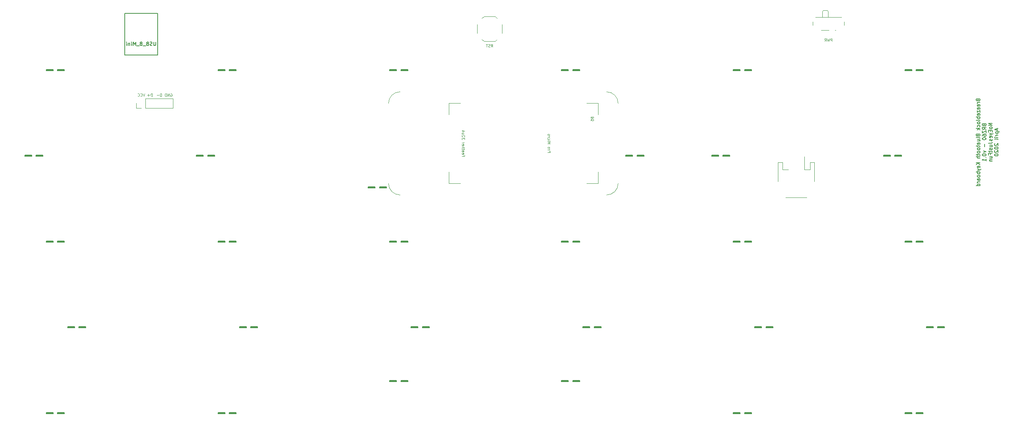
<source format=gbr>
G04 #@! TF.GenerationSoftware,KiCad,Pcbnew,(5.1.5-0-10_14)*
G04 #@! TF.CreationDate,2020-04-26T12:32:38-07:00*
G04 #@! TF.ProjectId,BRZ60_BLE_0.1,42525a36-305f-4424-9c45-5f302e312e6b,rev?*
G04 #@! TF.SameCoordinates,Original*
G04 #@! TF.FileFunction,Legend,Bot*
G04 #@! TF.FilePolarity,Positive*
%FSLAX46Y46*%
G04 Gerber Fmt 4.6, Leading zero omitted, Abs format (unit mm)*
G04 Created by KiCad (PCBNEW (5.1.5-0-10_14)) date 2020-04-26 12:32:38*
%MOMM*%
%LPD*%
G04 APERTURE LIST*
%ADD10C,0.120000*%
%ADD11C,0.150000*%
%ADD12C,0.200000*%
G04 APERTURE END LIST*
D10*
X126307142Y-50150000D02*
X126364285Y-50121428D01*
X126450000Y-50121428D01*
X126535714Y-50150000D01*
X126592857Y-50207142D01*
X126621428Y-50264285D01*
X126650000Y-50378571D01*
X126650000Y-50464285D01*
X126621428Y-50578571D01*
X126592857Y-50635714D01*
X126535714Y-50692857D01*
X126450000Y-50721428D01*
X126392857Y-50721428D01*
X126307142Y-50692857D01*
X126278571Y-50664285D01*
X126278571Y-50464285D01*
X126392857Y-50464285D01*
X126021428Y-50721428D02*
X126021428Y-50121428D01*
X125678571Y-50721428D01*
X125678571Y-50121428D01*
X125392857Y-50721428D02*
X125392857Y-50121428D01*
X125250000Y-50121428D01*
X125164285Y-50150000D01*
X125107142Y-50207142D01*
X125078571Y-50264285D01*
X125050000Y-50378571D01*
X125050000Y-50464285D01*
X125078571Y-50578571D01*
X125107142Y-50635714D01*
X125164285Y-50692857D01*
X125250000Y-50721428D01*
X125392857Y-50721428D01*
X124328571Y-50721428D02*
X124328571Y-50121428D01*
X124185714Y-50121428D01*
X124100000Y-50150000D01*
X124042857Y-50207142D01*
X124014285Y-50264285D01*
X123985714Y-50378571D01*
X123985714Y-50464285D01*
X124014285Y-50578571D01*
X124042857Y-50635714D01*
X124100000Y-50692857D01*
X124185714Y-50721428D01*
X124328571Y-50721428D01*
X123728571Y-50492857D02*
X123271428Y-50492857D01*
X122278571Y-50671428D02*
X122278571Y-50071428D01*
X122135714Y-50071428D01*
X122050000Y-50100000D01*
X121992857Y-50157142D01*
X121964285Y-50214285D01*
X121935714Y-50328571D01*
X121935714Y-50414285D01*
X121964285Y-50528571D01*
X121992857Y-50585714D01*
X122050000Y-50642857D01*
X122135714Y-50671428D01*
X122278571Y-50671428D01*
X121678571Y-50442857D02*
X121221428Y-50442857D01*
X121450000Y-50671428D02*
X121450000Y-50214285D01*
X120600000Y-50071428D02*
X120400000Y-50671428D01*
X120200000Y-50071428D01*
X119657142Y-50614285D02*
X119685714Y-50642857D01*
X119771428Y-50671428D01*
X119828571Y-50671428D01*
X119914285Y-50642857D01*
X119971428Y-50585714D01*
X120000000Y-50528571D01*
X120028571Y-50414285D01*
X120028571Y-50328571D01*
X120000000Y-50214285D01*
X119971428Y-50157142D01*
X119914285Y-50100000D01*
X119828571Y-50071428D01*
X119771428Y-50071428D01*
X119685714Y-50100000D01*
X119657142Y-50128571D01*
X119057142Y-50614285D02*
X119085714Y-50642857D01*
X119171428Y-50671428D01*
X119228571Y-50671428D01*
X119314285Y-50642857D01*
X119371428Y-50585714D01*
X119400000Y-50528571D01*
X119428571Y-50414285D01*
X119428571Y-50328571D01*
X119400000Y-50214285D01*
X119371428Y-50157142D01*
X119314285Y-50100000D01*
X119228571Y-50071428D01*
X119171428Y-50071428D01*
X119085714Y-50100000D01*
X119057142Y-50128571D01*
D11*
X304967857Y-51547619D02*
X305005952Y-51661904D01*
X305044047Y-51700000D01*
X305120238Y-51738095D01*
X305234523Y-51738095D01*
X305310714Y-51700000D01*
X305348809Y-51661904D01*
X305386904Y-51585714D01*
X305386904Y-51280952D01*
X304586904Y-51280952D01*
X304586904Y-51547619D01*
X304625000Y-51623809D01*
X304663095Y-51661904D01*
X304739285Y-51700000D01*
X304815476Y-51700000D01*
X304891666Y-51661904D01*
X304929761Y-51623809D01*
X304967857Y-51547619D01*
X304967857Y-51280952D01*
X305386904Y-52080952D02*
X304853571Y-52080952D01*
X305005952Y-52080952D02*
X304929761Y-52119047D01*
X304891666Y-52157142D01*
X304853571Y-52233333D01*
X304853571Y-52309523D01*
X305348809Y-52880952D02*
X305386904Y-52804761D01*
X305386904Y-52652380D01*
X305348809Y-52576190D01*
X305272619Y-52538095D01*
X304967857Y-52538095D01*
X304891666Y-52576190D01*
X304853571Y-52652380D01*
X304853571Y-52804761D01*
X304891666Y-52880952D01*
X304967857Y-52919047D01*
X305044047Y-52919047D01*
X305120238Y-52538095D01*
X305348809Y-53566666D02*
X305386904Y-53490476D01*
X305386904Y-53338095D01*
X305348809Y-53261904D01*
X305272619Y-53223809D01*
X304967857Y-53223809D01*
X304891666Y-53261904D01*
X304853571Y-53338095D01*
X304853571Y-53490476D01*
X304891666Y-53566666D01*
X304967857Y-53604761D01*
X305044047Y-53604761D01*
X305120238Y-53223809D01*
X304853571Y-53871428D02*
X304853571Y-54290476D01*
X305386904Y-53871428D01*
X305386904Y-54290476D01*
X305348809Y-54900000D02*
X305386904Y-54823809D01*
X305386904Y-54671428D01*
X305348809Y-54595238D01*
X305272619Y-54557142D01*
X304967857Y-54557142D01*
X304891666Y-54595238D01*
X304853571Y-54671428D01*
X304853571Y-54823809D01*
X304891666Y-54900000D01*
X304967857Y-54938095D01*
X305044047Y-54938095D01*
X305120238Y-54557142D01*
X305386904Y-55280952D02*
X304586904Y-55280952D01*
X304891666Y-55280952D02*
X304853571Y-55357142D01*
X304853571Y-55509523D01*
X304891666Y-55585714D01*
X304929761Y-55623809D01*
X305005952Y-55661904D01*
X305234523Y-55661904D01*
X305310714Y-55623809D01*
X305348809Y-55585714D01*
X305386904Y-55509523D01*
X305386904Y-55357142D01*
X305348809Y-55280952D01*
X305386904Y-56119047D02*
X305348809Y-56042857D01*
X305272619Y-56004761D01*
X304586904Y-56004761D01*
X305386904Y-56538095D02*
X305348809Y-56461904D01*
X305310714Y-56423809D01*
X305234523Y-56385714D01*
X305005952Y-56385714D01*
X304929761Y-56423809D01*
X304891666Y-56461904D01*
X304853571Y-56538095D01*
X304853571Y-56652380D01*
X304891666Y-56728571D01*
X304929761Y-56766666D01*
X305005952Y-56804761D01*
X305234523Y-56804761D01*
X305310714Y-56766666D01*
X305348809Y-56728571D01*
X305386904Y-56652380D01*
X305386904Y-56538095D01*
X305348809Y-57490476D02*
X305386904Y-57414285D01*
X305386904Y-57261904D01*
X305348809Y-57185714D01*
X305310714Y-57147619D01*
X305234523Y-57109523D01*
X305005952Y-57109523D01*
X304929761Y-57147619D01*
X304891666Y-57185714D01*
X304853571Y-57261904D01*
X304853571Y-57414285D01*
X304891666Y-57490476D01*
X305386904Y-57833333D02*
X304586904Y-57833333D01*
X305082142Y-57909523D02*
X305386904Y-58138095D01*
X304853571Y-58138095D02*
X305158333Y-57833333D01*
X304967857Y-59357142D02*
X305005952Y-59471428D01*
X305044047Y-59509523D01*
X305120238Y-59547619D01*
X305234523Y-59547619D01*
X305310714Y-59509523D01*
X305348809Y-59471428D01*
X305386904Y-59395238D01*
X305386904Y-59090476D01*
X304586904Y-59090476D01*
X304586904Y-59357142D01*
X304625000Y-59433333D01*
X304663095Y-59471428D01*
X304739285Y-59509523D01*
X304815476Y-59509523D01*
X304891666Y-59471428D01*
X304929761Y-59433333D01*
X304967857Y-59357142D01*
X304967857Y-59090476D01*
X305386904Y-60004761D02*
X305348809Y-59928571D01*
X305272619Y-59890476D01*
X304586904Y-59890476D01*
X304853571Y-60652380D02*
X305386904Y-60652380D01*
X304853571Y-60309523D02*
X305272619Y-60309523D01*
X305348809Y-60347619D01*
X305386904Y-60423809D01*
X305386904Y-60538095D01*
X305348809Y-60614285D01*
X305310714Y-60652380D01*
X305348809Y-61338095D02*
X305386904Y-61261904D01*
X305386904Y-61109523D01*
X305348809Y-61033333D01*
X305272619Y-60995238D01*
X304967857Y-60995238D01*
X304891666Y-61033333D01*
X304853571Y-61109523D01*
X304853571Y-61261904D01*
X304891666Y-61338095D01*
X304967857Y-61376190D01*
X305044047Y-61376190D01*
X305120238Y-60995238D01*
X304853571Y-61604761D02*
X304853571Y-61909523D01*
X304586904Y-61719047D02*
X305272619Y-61719047D01*
X305348809Y-61757142D01*
X305386904Y-61833333D01*
X305386904Y-61909523D01*
X305386904Y-62290476D02*
X305348809Y-62214285D01*
X305310714Y-62176190D01*
X305234523Y-62138095D01*
X305005952Y-62138095D01*
X304929761Y-62176190D01*
X304891666Y-62214285D01*
X304853571Y-62290476D01*
X304853571Y-62404761D01*
X304891666Y-62480952D01*
X304929761Y-62519047D01*
X305005952Y-62557142D01*
X305234523Y-62557142D01*
X305310714Y-62519047D01*
X305348809Y-62480952D01*
X305386904Y-62404761D01*
X305386904Y-62290476D01*
X305386904Y-63014285D02*
X305348809Y-62938095D01*
X305310714Y-62900000D01*
X305234523Y-62861904D01*
X305005952Y-62861904D01*
X304929761Y-62900000D01*
X304891666Y-62938095D01*
X304853571Y-63014285D01*
X304853571Y-63128571D01*
X304891666Y-63204761D01*
X304929761Y-63242857D01*
X305005952Y-63280952D01*
X305234523Y-63280952D01*
X305310714Y-63242857D01*
X305348809Y-63204761D01*
X305386904Y-63128571D01*
X305386904Y-63014285D01*
X304853571Y-63509523D02*
X304853571Y-63814285D01*
X304586904Y-63623809D02*
X305272619Y-63623809D01*
X305348809Y-63661904D01*
X305386904Y-63738095D01*
X305386904Y-63814285D01*
X305386904Y-64080952D02*
X304586904Y-64080952D01*
X305386904Y-64423809D02*
X304967857Y-64423809D01*
X304891666Y-64385714D01*
X304853571Y-64309523D01*
X304853571Y-64195238D01*
X304891666Y-64119047D01*
X304929761Y-64080952D01*
X305386904Y-65414285D02*
X304586904Y-65414285D01*
X305386904Y-65871428D02*
X304929761Y-65528571D01*
X304586904Y-65871428D02*
X305044047Y-65414285D01*
X305348809Y-66519047D02*
X305386904Y-66442857D01*
X305386904Y-66290476D01*
X305348809Y-66214285D01*
X305272619Y-66176190D01*
X304967857Y-66176190D01*
X304891666Y-66214285D01*
X304853571Y-66290476D01*
X304853571Y-66442857D01*
X304891666Y-66519047D01*
X304967857Y-66557142D01*
X305044047Y-66557142D01*
X305120238Y-66176190D01*
X304853571Y-66823809D02*
X305386904Y-67014285D01*
X304853571Y-67204761D02*
X305386904Y-67014285D01*
X305577380Y-66938095D01*
X305615476Y-66900000D01*
X305653571Y-66823809D01*
X305386904Y-67509523D02*
X304586904Y-67509523D01*
X304891666Y-67509523D02*
X304853571Y-67585714D01*
X304853571Y-67738095D01*
X304891666Y-67814285D01*
X304929761Y-67852380D01*
X305005952Y-67890476D01*
X305234523Y-67890476D01*
X305310714Y-67852380D01*
X305348809Y-67814285D01*
X305386904Y-67738095D01*
X305386904Y-67585714D01*
X305348809Y-67509523D01*
X305386904Y-68347619D02*
X305348809Y-68271428D01*
X305310714Y-68233333D01*
X305234523Y-68195238D01*
X305005952Y-68195238D01*
X304929761Y-68233333D01*
X304891666Y-68271428D01*
X304853571Y-68347619D01*
X304853571Y-68461904D01*
X304891666Y-68538095D01*
X304929761Y-68576190D01*
X305005952Y-68614285D01*
X305234523Y-68614285D01*
X305310714Y-68576190D01*
X305348809Y-68538095D01*
X305386904Y-68461904D01*
X305386904Y-68347619D01*
X305386904Y-69300000D02*
X304967857Y-69300000D01*
X304891666Y-69261904D01*
X304853571Y-69185714D01*
X304853571Y-69033333D01*
X304891666Y-68957142D01*
X305348809Y-69300000D02*
X305386904Y-69223809D01*
X305386904Y-69033333D01*
X305348809Y-68957142D01*
X305272619Y-68919047D01*
X305196428Y-68919047D01*
X305120238Y-68957142D01*
X305082142Y-69033333D01*
X305082142Y-69223809D01*
X305044047Y-69300000D01*
X305386904Y-69680952D02*
X304853571Y-69680952D01*
X305005952Y-69680952D02*
X304929761Y-69719047D01*
X304891666Y-69757142D01*
X304853571Y-69833333D01*
X304853571Y-69909523D01*
X305386904Y-70519047D02*
X304586904Y-70519047D01*
X305348809Y-70519047D02*
X305386904Y-70442857D01*
X305386904Y-70290476D01*
X305348809Y-70214285D01*
X305310714Y-70176190D01*
X305234523Y-70138095D01*
X305005952Y-70138095D01*
X304929761Y-70176190D01*
X304891666Y-70214285D01*
X304853571Y-70290476D01*
X304853571Y-70442857D01*
X304891666Y-70519047D01*
X306317857Y-57052380D02*
X306355952Y-57166666D01*
X306394047Y-57204761D01*
X306470238Y-57242857D01*
X306584523Y-57242857D01*
X306660714Y-57204761D01*
X306698809Y-57166666D01*
X306736904Y-57090476D01*
X306736904Y-56785714D01*
X305936904Y-56785714D01*
X305936904Y-57052380D01*
X305975000Y-57128571D01*
X306013095Y-57166666D01*
X306089285Y-57204761D01*
X306165476Y-57204761D01*
X306241666Y-57166666D01*
X306279761Y-57128571D01*
X306317857Y-57052380D01*
X306317857Y-56785714D01*
X306736904Y-58042857D02*
X306355952Y-57776190D01*
X306736904Y-57585714D02*
X305936904Y-57585714D01*
X305936904Y-57890476D01*
X305975000Y-57966666D01*
X306013095Y-58004761D01*
X306089285Y-58042857D01*
X306203571Y-58042857D01*
X306279761Y-58004761D01*
X306317857Y-57966666D01*
X306355952Y-57890476D01*
X306355952Y-57585714D01*
X305936904Y-58309523D02*
X305936904Y-58842857D01*
X306736904Y-58309523D01*
X306736904Y-58842857D01*
X305936904Y-59490476D02*
X305936904Y-59338095D01*
X305975000Y-59261904D01*
X306013095Y-59223809D01*
X306127380Y-59147619D01*
X306279761Y-59109523D01*
X306584523Y-59109523D01*
X306660714Y-59147619D01*
X306698809Y-59185714D01*
X306736904Y-59261904D01*
X306736904Y-59414285D01*
X306698809Y-59490476D01*
X306660714Y-59528571D01*
X306584523Y-59566666D01*
X306394047Y-59566666D01*
X306317857Y-59528571D01*
X306279761Y-59490476D01*
X306241666Y-59414285D01*
X306241666Y-59261904D01*
X306279761Y-59185714D01*
X306317857Y-59147619D01*
X306394047Y-59109523D01*
X305936904Y-60061904D02*
X305936904Y-60138095D01*
X305975000Y-60214285D01*
X306013095Y-60252380D01*
X306089285Y-60290476D01*
X306241666Y-60328571D01*
X306432142Y-60328571D01*
X306584523Y-60290476D01*
X306660714Y-60252380D01*
X306698809Y-60214285D01*
X306736904Y-60138095D01*
X306736904Y-60061904D01*
X306698809Y-59985714D01*
X306660714Y-59947619D01*
X306584523Y-59909523D01*
X306432142Y-59871428D01*
X306241666Y-59871428D01*
X306089285Y-59909523D01*
X306013095Y-59947619D01*
X305975000Y-59985714D01*
X305936904Y-60061904D01*
X306432142Y-61280952D02*
X306432142Y-61890476D01*
X306203571Y-62804761D02*
X306736904Y-62995238D01*
X306203571Y-63185714D01*
X305936904Y-63642857D02*
X305936904Y-63719047D01*
X305975000Y-63795238D01*
X306013095Y-63833333D01*
X306089285Y-63871428D01*
X306241666Y-63909523D01*
X306432142Y-63909523D01*
X306584523Y-63871428D01*
X306660714Y-63833333D01*
X306698809Y-63795238D01*
X306736904Y-63719047D01*
X306736904Y-63642857D01*
X306698809Y-63566666D01*
X306660714Y-63528571D01*
X306584523Y-63490476D01*
X306432142Y-63452380D01*
X306241666Y-63452380D01*
X306089285Y-63490476D01*
X306013095Y-63528571D01*
X305975000Y-63566666D01*
X305936904Y-63642857D01*
X306660714Y-64252380D02*
X306698809Y-64290476D01*
X306736904Y-64252380D01*
X306698809Y-64214285D01*
X306660714Y-64252380D01*
X306736904Y-64252380D01*
X306736904Y-65052380D02*
X306736904Y-64595238D01*
X306736904Y-64823809D02*
X305936904Y-64823809D01*
X306051190Y-64747619D01*
X306127380Y-64671428D01*
X306165476Y-64595238D01*
X308086904Y-56690476D02*
X307286904Y-56690476D01*
X308086904Y-57147619D01*
X307286904Y-57147619D01*
X308086904Y-57642857D02*
X308048809Y-57566666D01*
X308010714Y-57528571D01*
X307934523Y-57490476D01*
X307705952Y-57490476D01*
X307629761Y-57528571D01*
X307591666Y-57566666D01*
X307553571Y-57642857D01*
X307553571Y-57757142D01*
X307591666Y-57833333D01*
X307629761Y-57871428D01*
X307705952Y-57909523D01*
X307934523Y-57909523D01*
X308010714Y-57871428D01*
X308048809Y-57833333D01*
X308086904Y-57757142D01*
X308086904Y-57642857D01*
X307667857Y-58252380D02*
X307667857Y-58519047D01*
X308086904Y-58633333D02*
X308086904Y-58252380D01*
X307286904Y-58252380D01*
X307286904Y-58633333D01*
X307553571Y-58900000D02*
X308086904Y-59090476D01*
X307553571Y-59280952D02*
X308086904Y-59090476D01*
X308277380Y-59014285D01*
X308315476Y-58976190D01*
X308353571Y-58900000D01*
X308048809Y-59890476D02*
X308086904Y-59814285D01*
X308086904Y-59661904D01*
X308048809Y-59585714D01*
X307972619Y-59547619D01*
X307667857Y-59547619D01*
X307591666Y-59585714D01*
X307553571Y-59661904D01*
X307553571Y-59814285D01*
X307591666Y-59890476D01*
X307667857Y-59928571D01*
X307744047Y-59928571D01*
X307820238Y-59547619D01*
X308048809Y-60233333D02*
X308086904Y-60309523D01*
X308086904Y-60461904D01*
X308048809Y-60538095D01*
X307972619Y-60576190D01*
X307934523Y-60576190D01*
X307858333Y-60538095D01*
X307820238Y-60461904D01*
X307820238Y-60347619D01*
X307782142Y-60271428D01*
X307705952Y-60233333D01*
X307667857Y-60233333D01*
X307591666Y-60271428D01*
X307553571Y-60347619D01*
X307553571Y-60461904D01*
X307591666Y-60538095D01*
X307286904Y-61147619D02*
X307858333Y-61147619D01*
X307972619Y-61109523D01*
X308048809Y-61033333D01*
X308086904Y-60919047D01*
X308086904Y-60842857D01*
X307553571Y-61871428D02*
X308086904Y-61871428D01*
X307553571Y-61528571D02*
X307972619Y-61528571D01*
X308048809Y-61566666D01*
X308086904Y-61642857D01*
X308086904Y-61757142D01*
X308048809Y-61833333D01*
X308010714Y-61871428D01*
X308048809Y-62214285D02*
X308086904Y-62290476D01*
X308086904Y-62442857D01*
X308048809Y-62519047D01*
X307972619Y-62557142D01*
X307934523Y-62557142D01*
X307858333Y-62519047D01*
X307820238Y-62442857D01*
X307820238Y-62328571D01*
X307782142Y-62252380D01*
X307705952Y-62214285D01*
X307667857Y-62214285D01*
X307591666Y-62252380D01*
X307553571Y-62328571D01*
X307553571Y-62442857D01*
X307591666Y-62519047D01*
X307553571Y-62785714D02*
X307553571Y-63090476D01*
X307286904Y-62900000D02*
X307972619Y-62900000D01*
X308048809Y-62938095D01*
X308086904Y-63014285D01*
X308086904Y-63090476D01*
X307667857Y-63623809D02*
X307667857Y-63357142D01*
X308086904Y-63357142D02*
X307286904Y-63357142D01*
X307286904Y-63738095D01*
X307553571Y-64385714D02*
X308086904Y-64385714D01*
X307553571Y-64042857D02*
X307972619Y-64042857D01*
X308048809Y-64080952D01*
X308086904Y-64157142D01*
X308086904Y-64271428D01*
X308048809Y-64347619D01*
X308010714Y-64385714D01*
X307553571Y-64766666D02*
X308086904Y-64766666D01*
X307629761Y-64766666D02*
X307591666Y-64804761D01*
X307553571Y-64880952D01*
X307553571Y-64995238D01*
X307591666Y-65071428D01*
X307667857Y-65109523D01*
X308086904Y-65109523D01*
X309208333Y-57871428D02*
X309208333Y-58252380D01*
X309436904Y-57795238D02*
X308636904Y-58061904D01*
X309436904Y-58328571D01*
X308903571Y-58595238D02*
X309703571Y-58595238D01*
X308941666Y-58595238D02*
X308903571Y-58671428D01*
X308903571Y-58823809D01*
X308941666Y-58900000D01*
X308979761Y-58938095D01*
X309055952Y-58976190D01*
X309284523Y-58976190D01*
X309360714Y-58938095D01*
X309398809Y-58900000D01*
X309436904Y-58823809D01*
X309436904Y-58671428D01*
X309398809Y-58595238D01*
X309436904Y-59319047D02*
X308903571Y-59319047D01*
X309055952Y-59319047D02*
X308979761Y-59357142D01*
X308941666Y-59395238D01*
X308903571Y-59471428D01*
X308903571Y-59547619D01*
X309436904Y-59814285D02*
X308903571Y-59814285D01*
X308636904Y-59814285D02*
X308675000Y-59776190D01*
X308713095Y-59814285D01*
X308675000Y-59852380D01*
X308636904Y-59814285D01*
X308713095Y-59814285D01*
X309436904Y-60309523D02*
X309398809Y-60233333D01*
X309322619Y-60195238D01*
X308636904Y-60195238D01*
X308713095Y-61185714D02*
X308675000Y-61223809D01*
X308636904Y-61300000D01*
X308636904Y-61490476D01*
X308675000Y-61566666D01*
X308713095Y-61604761D01*
X308789285Y-61642857D01*
X308865476Y-61642857D01*
X308979761Y-61604761D01*
X309436904Y-61147619D01*
X309436904Y-61642857D01*
X308636904Y-62138095D02*
X308636904Y-62214285D01*
X308675000Y-62290476D01*
X308713095Y-62328571D01*
X308789285Y-62366666D01*
X308941666Y-62404761D01*
X309132142Y-62404761D01*
X309284523Y-62366666D01*
X309360714Y-62328571D01*
X309398809Y-62290476D01*
X309436904Y-62214285D01*
X309436904Y-62138095D01*
X309398809Y-62061904D01*
X309360714Y-62023809D01*
X309284523Y-61985714D01*
X309132142Y-61947619D01*
X308941666Y-61947619D01*
X308789285Y-61985714D01*
X308713095Y-62023809D01*
X308675000Y-62061904D01*
X308636904Y-62138095D01*
X308713095Y-62709523D02*
X308675000Y-62747619D01*
X308636904Y-62823809D01*
X308636904Y-63014285D01*
X308675000Y-63090476D01*
X308713095Y-63128571D01*
X308789285Y-63166666D01*
X308865476Y-63166666D01*
X308979761Y-63128571D01*
X309436904Y-62671428D01*
X309436904Y-63166666D01*
X308636904Y-63661904D02*
X308636904Y-63738095D01*
X308675000Y-63814285D01*
X308713095Y-63852380D01*
X308789285Y-63890476D01*
X308941666Y-63928571D01*
X309132142Y-63928571D01*
X309284523Y-63890476D01*
X309360714Y-63852380D01*
X309398809Y-63814285D01*
X309436904Y-63738095D01*
X309436904Y-63661904D01*
X309398809Y-63585714D01*
X309360714Y-63547619D01*
X309284523Y-63509523D01*
X309132142Y-63471428D01*
X308941666Y-63471428D01*
X308789285Y-63509523D01*
X308713095Y-63547619D01*
X308675000Y-63585714D01*
X308636904Y-63661904D01*
D10*
X177090000Y-49720000D02*
G75*
G03X174550000Y-52260000I0J-2540000D01*
G01*
X174550000Y-70040000D02*
G75*
G03X177090000Y-72580000I2540000J0D01*
G01*
X222810000Y-72580000D02*
G75*
G03X225350000Y-70040000I0J2540000D01*
G01*
X225350000Y-52260000D02*
G75*
G03X222810000Y-49720000I-2540000J0D01*
G01*
D11*
X170058001Y-70782001D02*
X170058001Y-71036001D01*
X171582001Y-71036001D02*
X171582001Y-70782001D01*
X170058001Y-70909001D02*
X171582001Y-70909001D01*
X171582001Y-71036001D02*
X170058001Y-71036001D01*
X171582001Y-70782001D02*
X170058001Y-70782001D01*
D10*
X187870000Y-52260000D02*
X190410000Y-52260000D01*
X187870000Y-54800000D02*
X187870000Y-52260000D01*
X187870000Y-70040000D02*
X187870000Y-67500000D01*
X187870000Y-70040000D02*
X190410000Y-70040000D01*
X218350000Y-52260000D02*
X220890000Y-52260000D01*
X220890000Y-54800000D02*
X220890000Y-52260000D01*
X220890000Y-70040000D02*
X220890000Y-67500000D01*
X218350000Y-70040000D02*
X220890000Y-70040000D01*
X195650000Y-38500000D02*
X198150000Y-38500000D01*
X194150000Y-36750000D02*
X194150000Y-34750000D01*
X195650000Y-33000000D02*
X198150000Y-33000000D01*
X199650000Y-36750000D02*
X199650000Y-34750000D01*
X195200000Y-38050000D02*
X195650000Y-38500000D01*
X198600000Y-38050000D02*
X198150000Y-38500000D01*
X198600000Y-33450000D02*
X198150000Y-33000000D01*
X195200000Y-33450000D02*
X195650000Y-33000000D01*
D12*
X123450000Y-32350000D02*
X123450000Y-41550000D01*
X116150000Y-32350000D02*
X123450000Y-32350000D01*
X116150000Y-41550000D02*
X116150000Y-32350000D01*
X123450000Y-41550000D02*
X116150000Y-41550000D01*
D10*
X266525000Y-66950000D02*
X267800000Y-66950000D01*
X267800000Y-66950000D02*
X267800000Y-65350000D01*
X267800000Y-65350000D02*
X268800000Y-65350000D01*
X268800000Y-65350000D02*
X268800000Y-69575000D01*
X260700000Y-69575000D02*
X260700000Y-65350000D01*
X260700000Y-65350000D02*
X261700000Y-65350000D01*
X261700000Y-65350000D02*
X261700000Y-66950000D01*
X261700000Y-66950000D02*
X262975000Y-66950000D01*
X267075000Y-73150000D02*
X262425000Y-73150000D01*
X266525000Y-66950000D02*
X266525000Y-64050000D01*
D11*
X136808001Y-44782001D02*
X136808001Y-45036001D01*
X138332001Y-45036001D02*
X138332001Y-44782001D01*
X136808001Y-44909001D02*
X138332001Y-44909001D01*
X138332001Y-45036001D02*
X136808001Y-45036001D01*
X138332001Y-44782001D02*
X136808001Y-44782001D01*
X98808001Y-44782001D02*
X98808001Y-45036001D01*
X100332001Y-45036001D02*
X100332001Y-44782001D01*
X98808001Y-44909001D02*
X100332001Y-44909001D01*
X100332001Y-45036001D02*
X98808001Y-45036001D01*
X100332001Y-44782001D02*
X98808001Y-44782001D01*
X101308001Y-44782001D02*
X101308001Y-45036001D01*
X102832001Y-45036001D02*
X102832001Y-44782001D01*
X101308001Y-44909001D02*
X102832001Y-44909001D01*
X102832001Y-45036001D02*
X101308001Y-45036001D01*
X102832001Y-44782001D02*
X101308001Y-44782001D01*
X139308001Y-44782001D02*
X139308001Y-45036001D01*
X140832001Y-45036001D02*
X140832001Y-44782001D01*
X139308001Y-44909001D02*
X140832001Y-44909001D01*
X140832001Y-45036001D02*
X139308001Y-45036001D01*
X140832001Y-44782001D02*
X139308001Y-44782001D01*
X174808001Y-44782001D02*
X174808001Y-45036001D01*
X176332001Y-45036001D02*
X176332001Y-44782001D01*
X174808001Y-44909001D02*
X176332001Y-44909001D01*
X176332001Y-45036001D02*
X174808001Y-45036001D01*
X176332001Y-44782001D02*
X174808001Y-44782001D01*
X177308001Y-44782001D02*
X177308001Y-45036001D01*
X178832001Y-45036001D02*
X178832001Y-44782001D01*
X177308001Y-44909001D02*
X178832001Y-44909001D01*
X178832001Y-45036001D02*
X177308001Y-45036001D01*
X178832001Y-44782001D02*
X177308001Y-44782001D01*
X212808001Y-44782001D02*
X212808001Y-45036001D01*
X214332001Y-45036001D02*
X214332001Y-44782001D01*
X212808001Y-44909001D02*
X214332001Y-44909001D01*
X214332001Y-45036001D02*
X212808001Y-45036001D01*
X214332001Y-44782001D02*
X212808001Y-44782001D01*
X215308001Y-44782001D02*
X215308001Y-45036001D01*
X216832001Y-45036001D02*
X216832001Y-44782001D01*
X215308001Y-44909001D02*
X216832001Y-44909001D01*
X216832001Y-45036001D02*
X215308001Y-45036001D01*
X216832001Y-44782001D02*
X215308001Y-44782001D01*
X250808001Y-44782001D02*
X250808001Y-45036001D01*
X252332001Y-45036001D02*
X252332001Y-44782001D01*
X250808001Y-44909001D02*
X252332001Y-44909001D01*
X252332001Y-45036001D02*
X250808001Y-45036001D01*
X252332001Y-44782001D02*
X250808001Y-44782001D01*
X253308001Y-44782001D02*
X253308001Y-45036001D01*
X254832001Y-45036001D02*
X254832001Y-44782001D01*
X253308001Y-44909001D02*
X254832001Y-44909001D01*
X254832001Y-45036001D02*
X253308001Y-45036001D01*
X254832001Y-44782001D02*
X253308001Y-44782001D01*
X288808001Y-44782001D02*
X288808001Y-45036001D01*
X290332001Y-45036001D02*
X290332001Y-44782001D01*
X288808001Y-44909001D02*
X290332001Y-44909001D01*
X290332001Y-45036001D02*
X288808001Y-45036001D01*
X290332001Y-44782001D02*
X288808001Y-44782001D01*
X291308001Y-44782001D02*
X291308001Y-45036001D01*
X292832001Y-45036001D02*
X292832001Y-44782001D01*
X291308001Y-44909001D02*
X292832001Y-44909001D01*
X292832001Y-45036001D02*
X291308001Y-45036001D01*
X292832001Y-44782001D02*
X291308001Y-44782001D01*
X94058001Y-63782001D02*
X94058001Y-64036001D01*
X95582001Y-64036001D02*
X95582001Y-63782001D01*
X94058001Y-63909001D02*
X95582001Y-63909001D01*
X95582001Y-64036001D02*
X94058001Y-64036001D01*
X95582001Y-63782001D02*
X94058001Y-63782001D01*
X96558001Y-63782001D02*
X96558001Y-64036001D01*
X98082001Y-64036001D02*
X98082001Y-63782001D01*
X96558001Y-63909001D02*
X98082001Y-63909001D01*
X98082001Y-64036001D02*
X96558001Y-64036001D01*
X98082001Y-63782001D02*
X96558001Y-63782001D01*
X132058001Y-63782001D02*
X132058001Y-64036001D01*
X133582001Y-64036001D02*
X133582001Y-63782001D01*
X132058001Y-63909001D02*
X133582001Y-63909001D01*
X133582001Y-64036001D02*
X132058001Y-64036001D01*
X133582001Y-63782001D02*
X132058001Y-63782001D01*
X134558001Y-63782001D02*
X134558001Y-64036001D01*
X136082001Y-64036001D02*
X136082001Y-63782001D01*
X134558001Y-63909001D02*
X136082001Y-63909001D01*
X136082001Y-64036001D02*
X134558001Y-64036001D01*
X136082001Y-63782001D02*
X134558001Y-63782001D01*
X172558001Y-70782001D02*
X172558001Y-71036001D01*
X174082001Y-71036001D02*
X174082001Y-70782001D01*
X172558001Y-70909001D02*
X174082001Y-70909001D01*
X174082001Y-71036001D02*
X172558001Y-71036001D01*
X174082001Y-70782001D02*
X172558001Y-70782001D01*
X227058001Y-63782001D02*
X227058001Y-64036001D01*
X228582001Y-64036001D02*
X228582001Y-63782001D01*
X227058001Y-63909001D02*
X228582001Y-63909001D01*
X228582001Y-64036001D02*
X227058001Y-64036001D01*
X228582001Y-63782001D02*
X227058001Y-63782001D01*
X229558001Y-63782001D02*
X229558001Y-64036001D01*
X231082001Y-64036001D02*
X231082001Y-63782001D01*
X229558001Y-63909001D02*
X231082001Y-63909001D01*
X231082001Y-64036001D02*
X229558001Y-64036001D01*
X231082001Y-63782001D02*
X229558001Y-63782001D01*
X246058001Y-63782001D02*
X246058001Y-64036001D01*
X247582001Y-64036001D02*
X247582001Y-63782001D01*
X246058001Y-63909001D02*
X247582001Y-63909001D01*
X247582001Y-64036001D02*
X246058001Y-64036001D01*
X247582001Y-63782001D02*
X246058001Y-63782001D01*
X248558001Y-63782001D02*
X248558001Y-64036001D01*
X250082001Y-64036001D02*
X250082001Y-63782001D01*
X248558001Y-63909001D02*
X250082001Y-63909001D01*
X250082001Y-64036001D02*
X248558001Y-64036001D01*
X250082001Y-63782001D02*
X248558001Y-63782001D01*
X284058001Y-63782001D02*
X284058001Y-64036001D01*
X285582001Y-64036001D02*
X285582001Y-63782001D01*
X284058001Y-63909001D02*
X285582001Y-63909001D01*
X285582001Y-64036001D02*
X284058001Y-64036001D01*
X285582001Y-63782001D02*
X284058001Y-63782001D01*
X286558001Y-63782001D02*
X286558001Y-64036001D01*
X288082001Y-64036001D02*
X288082001Y-63782001D01*
X286558001Y-63909001D02*
X288082001Y-63909001D01*
X288082001Y-64036001D02*
X286558001Y-64036001D01*
X288082001Y-63782001D02*
X286558001Y-63782001D01*
X98808001Y-82782001D02*
X98808001Y-83036001D01*
X100332001Y-83036001D02*
X100332001Y-82782001D01*
X98808001Y-82909001D02*
X100332001Y-82909001D01*
X100332001Y-83036001D02*
X98808001Y-83036001D01*
X100332001Y-82782001D02*
X98808001Y-82782001D01*
X101308001Y-82782001D02*
X101308001Y-83036001D01*
X102832001Y-83036001D02*
X102832001Y-82782001D01*
X101308001Y-82909001D02*
X102832001Y-82909001D01*
X102832001Y-83036001D02*
X101308001Y-83036001D01*
X102832001Y-82782001D02*
X101308001Y-82782001D01*
X136808001Y-82782001D02*
X136808001Y-83036001D01*
X138332001Y-83036001D02*
X138332001Y-82782001D01*
X136808001Y-82909001D02*
X138332001Y-82909001D01*
X138332001Y-83036001D02*
X136808001Y-83036001D01*
X138332001Y-82782001D02*
X136808001Y-82782001D01*
X139308001Y-82782001D02*
X139308001Y-83036001D01*
X140832001Y-83036001D02*
X140832001Y-82782001D01*
X139308001Y-82909001D02*
X140832001Y-82909001D01*
X140832001Y-83036001D02*
X139308001Y-83036001D01*
X140832001Y-82782001D02*
X139308001Y-82782001D01*
X174808001Y-82782001D02*
X174808001Y-83036001D01*
X176332001Y-83036001D02*
X176332001Y-82782001D01*
X174808001Y-82909001D02*
X176332001Y-82909001D01*
X176332001Y-83036001D02*
X174808001Y-83036001D01*
X176332001Y-82782001D02*
X174808001Y-82782001D01*
X177308001Y-82782001D02*
X177308001Y-83036001D01*
X178832001Y-83036001D02*
X178832001Y-82782001D01*
X177308001Y-82909001D02*
X178832001Y-82909001D01*
X178832001Y-83036001D02*
X177308001Y-83036001D01*
X178832001Y-82782001D02*
X177308001Y-82782001D01*
X212808001Y-82782001D02*
X212808001Y-83036001D01*
X214332001Y-83036001D02*
X214332001Y-82782001D01*
X212808001Y-82909001D02*
X214332001Y-82909001D01*
X214332001Y-83036001D02*
X212808001Y-83036001D01*
X214332001Y-82782001D02*
X212808001Y-82782001D01*
X215308001Y-82782001D02*
X215308001Y-83036001D01*
X216832001Y-83036001D02*
X216832001Y-82782001D01*
X215308001Y-82909001D02*
X216832001Y-82909001D01*
X216832001Y-83036001D02*
X215308001Y-83036001D01*
X216832001Y-82782001D02*
X215308001Y-82782001D01*
X250808001Y-82782001D02*
X250808001Y-83036001D01*
X252332001Y-83036001D02*
X252332001Y-82782001D01*
X250808001Y-82909001D02*
X252332001Y-82909001D01*
X252332001Y-83036001D02*
X250808001Y-83036001D01*
X252332001Y-82782001D02*
X250808001Y-82782001D01*
X253308001Y-82782001D02*
X253308001Y-83036001D01*
X254832001Y-83036001D02*
X254832001Y-82782001D01*
X253308001Y-82909001D02*
X254832001Y-82909001D01*
X254832001Y-83036001D02*
X253308001Y-83036001D01*
X254832001Y-82782001D02*
X253308001Y-82782001D01*
X288808001Y-82782001D02*
X288808001Y-83036001D01*
X290332001Y-83036001D02*
X290332001Y-82782001D01*
X288808001Y-82909001D02*
X290332001Y-82909001D01*
X290332001Y-83036001D02*
X288808001Y-83036001D01*
X290332001Y-82782001D02*
X288808001Y-82782001D01*
X291308001Y-82782001D02*
X291308001Y-83036001D01*
X292832001Y-83036001D02*
X292832001Y-82782001D01*
X291308001Y-82909001D02*
X292832001Y-82909001D01*
X292832001Y-83036001D02*
X291308001Y-83036001D01*
X292832001Y-82782001D02*
X291308001Y-82782001D01*
X103558001Y-101782001D02*
X103558001Y-102036001D01*
X105082001Y-102036001D02*
X105082001Y-101782001D01*
X103558001Y-101909001D02*
X105082001Y-101909001D01*
X105082001Y-102036001D02*
X103558001Y-102036001D01*
X105082001Y-101782001D02*
X103558001Y-101782001D01*
X106058001Y-101782001D02*
X106058001Y-102036001D01*
X107582001Y-102036001D02*
X107582001Y-101782001D01*
X106058001Y-101909001D02*
X107582001Y-101909001D01*
X107582001Y-102036001D02*
X106058001Y-102036001D01*
X107582001Y-101782001D02*
X106058001Y-101782001D01*
X141558001Y-101782001D02*
X141558001Y-102036001D01*
X143082001Y-102036001D02*
X143082001Y-101782001D01*
X141558001Y-101909001D02*
X143082001Y-101909001D01*
X143082001Y-102036001D02*
X141558001Y-102036001D01*
X143082001Y-101782001D02*
X141558001Y-101782001D01*
X144058001Y-101782001D02*
X144058001Y-102036001D01*
X145582001Y-102036001D02*
X145582001Y-101782001D01*
X144058001Y-101909001D02*
X145582001Y-101909001D01*
X145582001Y-102036001D02*
X144058001Y-102036001D01*
X145582001Y-101782001D02*
X144058001Y-101782001D01*
X179558001Y-101782001D02*
X179558001Y-102036001D01*
X181082001Y-102036001D02*
X181082001Y-101782001D01*
X179558001Y-101909001D02*
X181082001Y-101909001D01*
X181082001Y-102036001D02*
X179558001Y-102036001D01*
X181082001Y-101782001D02*
X179558001Y-101782001D01*
X182058001Y-101782001D02*
X182058001Y-102036001D01*
X183582001Y-102036001D02*
X183582001Y-101782001D01*
X182058001Y-101909001D02*
X183582001Y-101909001D01*
X183582001Y-102036001D02*
X182058001Y-102036001D01*
X183582001Y-101782001D02*
X182058001Y-101782001D01*
X217558001Y-101782001D02*
X217558001Y-102036001D01*
X219082001Y-102036001D02*
X219082001Y-101782001D01*
X217558001Y-101909001D02*
X219082001Y-101909001D01*
X219082001Y-102036001D02*
X217558001Y-102036001D01*
X219082001Y-101782001D02*
X217558001Y-101782001D01*
X220058001Y-101782001D02*
X220058001Y-102036001D01*
X221582001Y-102036001D02*
X221582001Y-101782001D01*
X220058001Y-101909001D02*
X221582001Y-101909001D01*
X221582001Y-102036001D02*
X220058001Y-102036001D01*
X221582001Y-101782001D02*
X220058001Y-101782001D01*
X255558001Y-101782001D02*
X255558001Y-102036001D01*
X257082001Y-102036001D02*
X257082001Y-101782001D01*
X255558001Y-101909001D02*
X257082001Y-101909001D01*
X257082001Y-102036001D02*
X255558001Y-102036001D01*
X257082001Y-101782001D02*
X255558001Y-101782001D01*
X258058001Y-101782001D02*
X258058001Y-102036001D01*
X259582001Y-102036001D02*
X259582001Y-101782001D01*
X258058001Y-101909001D02*
X259582001Y-101909001D01*
X259582001Y-102036001D02*
X258058001Y-102036001D01*
X259582001Y-101782001D02*
X258058001Y-101782001D01*
X293558001Y-101782001D02*
X293558001Y-102036001D01*
X295082001Y-102036001D02*
X295082001Y-101782001D01*
X293558001Y-101909001D02*
X295082001Y-101909001D01*
X295082001Y-102036001D02*
X293558001Y-102036001D01*
X295082001Y-101782001D02*
X293558001Y-101782001D01*
X296058001Y-101782001D02*
X296058001Y-102036001D01*
X297582001Y-102036001D02*
X297582001Y-101782001D01*
X296058001Y-101909001D02*
X297582001Y-101909001D01*
X297582001Y-102036001D02*
X296058001Y-102036001D01*
X297582001Y-101782001D02*
X296058001Y-101782001D01*
X98808001Y-120782001D02*
X98808001Y-121036001D01*
X100332001Y-121036001D02*
X100332001Y-120782001D01*
X98808001Y-120909001D02*
X100332001Y-120909001D01*
X100332001Y-121036001D02*
X98808001Y-121036001D01*
X100332001Y-120782001D02*
X98808001Y-120782001D01*
X101308001Y-120782001D02*
X101308001Y-121036001D01*
X102832001Y-121036001D02*
X102832001Y-120782001D01*
X101308001Y-120909001D02*
X102832001Y-120909001D01*
X102832001Y-121036001D02*
X101308001Y-121036001D01*
X102832001Y-120782001D02*
X101308001Y-120782001D01*
X136808001Y-120782001D02*
X136808001Y-121036001D01*
X138332001Y-121036001D02*
X138332001Y-120782001D01*
X136808001Y-120909001D02*
X138332001Y-120909001D01*
X138332001Y-121036001D02*
X136808001Y-121036001D01*
X138332001Y-120782001D02*
X136808001Y-120782001D01*
X139308001Y-120782001D02*
X139308001Y-121036001D01*
X140832001Y-121036001D02*
X140832001Y-120782001D01*
X139308001Y-120909001D02*
X140832001Y-120909001D01*
X140832001Y-121036001D02*
X139308001Y-121036001D01*
X140832001Y-120782001D02*
X139308001Y-120782001D01*
X174808001Y-113682001D02*
X174808001Y-113936001D01*
X176332001Y-113936001D02*
X176332001Y-113682001D01*
X174808001Y-113809001D02*
X176332001Y-113809001D01*
X176332001Y-113936001D02*
X174808001Y-113936001D01*
X176332001Y-113682001D02*
X174808001Y-113682001D01*
X177308001Y-113682001D02*
X177308001Y-113936001D01*
X178832001Y-113936001D02*
X178832001Y-113682001D01*
X177308001Y-113809001D02*
X178832001Y-113809001D01*
X178832001Y-113936001D02*
X177308001Y-113936001D01*
X178832001Y-113682001D02*
X177308001Y-113682001D01*
X212808001Y-113682001D02*
X212808001Y-113936001D01*
X214332001Y-113936001D02*
X214332001Y-113682001D01*
X212808001Y-113809001D02*
X214332001Y-113809001D01*
X214332001Y-113936001D02*
X212808001Y-113936001D01*
X214332001Y-113682001D02*
X212808001Y-113682001D01*
X215308001Y-113682001D02*
X215308001Y-113936001D01*
X216832001Y-113936001D02*
X216832001Y-113682001D01*
X215308001Y-113809001D02*
X216832001Y-113809001D01*
X216832001Y-113936001D02*
X215308001Y-113936001D01*
X216832001Y-113682001D02*
X215308001Y-113682001D01*
X250808001Y-120782001D02*
X250808001Y-121036001D01*
X252332001Y-121036001D02*
X252332001Y-120782001D01*
X250808001Y-120909001D02*
X252332001Y-120909001D01*
X252332001Y-121036001D02*
X250808001Y-121036001D01*
X252332001Y-120782001D02*
X250808001Y-120782001D01*
X253308001Y-120782001D02*
X253308001Y-121036001D01*
X254832001Y-121036001D02*
X254832001Y-120782001D01*
X253308001Y-120909001D02*
X254832001Y-120909001D01*
X254832001Y-121036001D02*
X253308001Y-121036001D01*
X254832001Y-120782001D02*
X253308001Y-120782001D01*
X288808001Y-120782001D02*
X288808001Y-121036001D01*
X290332001Y-121036001D02*
X290332001Y-120782001D01*
X288808001Y-120909001D02*
X290332001Y-120909001D01*
X290332001Y-121036001D02*
X288808001Y-121036001D01*
X290332001Y-120782001D02*
X288808001Y-120782001D01*
X291308001Y-120782001D02*
X291308001Y-121036001D01*
X292832001Y-121036001D02*
X292832001Y-120782001D01*
X291308001Y-120909001D02*
X292832001Y-120909001D01*
X292832001Y-121036001D02*
X291308001Y-121036001D01*
X292832001Y-120782001D02*
X291308001Y-120782001D01*
D10*
X275350000Y-34180000D02*
X275350000Y-34970000D01*
X268450000Y-34970000D02*
X268450000Y-34180000D01*
X270300000Y-36020000D02*
X272000000Y-36020000D01*
X269050000Y-33170000D02*
X274750000Y-33170000D01*
X271800000Y-31880000D02*
X271800000Y-33170000D01*
X270700000Y-31670000D02*
X271600000Y-31670000D01*
X270500000Y-33170000D02*
X270500000Y-31880000D01*
X271800000Y-31880000D02*
X271600000Y-31670000D01*
X270500000Y-31880000D02*
X270700000Y-31670000D01*
X273300000Y-36020000D02*
X273500000Y-36020000D01*
X118740000Y-52250000D02*
X118740000Y-53310000D01*
X118740000Y-53310000D02*
X119800000Y-53310000D01*
X120800000Y-53310000D02*
X126860000Y-53310000D01*
X126860000Y-51190000D02*
X126860000Y-53310000D01*
X120800000Y-51190000D02*
X126860000Y-51190000D01*
X120800000Y-51190000D02*
X120800000Y-53310000D01*
X191092857Y-63835714D02*
X191092857Y-64035714D01*
X190778571Y-64035714D02*
X191378571Y-64035714D01*
X191378571Y-63750000D01*
X190807142Y-63292857D02*
X190778571Y-63350000D01*
X190778571Y-63464285D01*
X190807142Y-63521428D01*
X190864285Y-63550000D01*
X191092857Y-63550000D01*
X191150000Y-63521428D01*
X191178571Y-63464285D01*
X191178571Y-63350000D01*
X191150000Y-63292857D01*
X191092857Y-63264285D01*
X191035714Y-63264285D01*
X190978571Y-63550000D01*
X190778571Y-62750000D02*
X191092857Y-62750000D01*
X191150000Y-62778571D01*
X191178571Y-62835714D01*
X191178571Y-62950000D01*
X191150000Y-63007142D01*
X190807142Y-62750000D02*
X190778571Y-62807142D01*
X190778571Y-62950000D01*
X190807142Y-63007142D01*
X190864285Y-63035714D01*
X190921428Y-63035714D01*
X190978571Y-63007142D01*
X191007142Y-62950000D01*
X191007142Y-62807142D01*
X191035714Y-62750000D01*
X191178571Y-62550000D02*
X191178571Y-62321428D01*
X191378571Y-62464285D02*
X190864285Y-62464285D01*
X190807142Y-62435714D01*
X190778571Y-62378571D01*
X190778571Y-62321428D01*
X190778571Y-62121428D02*
X191378571Y-62121428D01*
X190778571Y-61864285D02*
X191092857Y-61864285D01*
X191150000Y-61892857D01*
X191178571Y-61950000D01*
X191178571Y-62035714D01*
X191150000Y-62092857D01*
X191121428Y-62121428D01*
X190807142Y-61350000D02*
X190778571Y-61407142D01*
X190778571Y-61521428D01*
X190807142Y-61578571D01*
X190864285Y-61607142D01*
X191092857Y-61607142D01*
X191150000Y-61578571D01*
X191178571Y-61521428D01*
X191178571Y-61407142D01*
X191150000Y-61350000D01*
X191092857Y-61321428D01*
X191035714Y-61321428D01*
X190978571Y-61607142D01*
X190778571Y-61064285D02*
X191178571Y-61064285D01*
X191064285Y-61064285D02*
X191121428Y-61035714D01*
X191150000Y-61007142D01*
X191178571Y-60950000D01*
X191178571Y-60892857D01*
X191378571Y-60292857D02*
X191378571Y-59921428D01*
X191150000Y-60121428D01*
X191150000Y-60035714D01*
X191121428Y-59978571D01*
X191092857Y-59950000D01*
X191035714Y-59921428D01*
X190892857Y-59921428D01*
X190835714Y-59950000D01*
X190807142Y-59978571D01*
X190778571Y-60035714D01*
X190778571Y-60207142D01*
X190807142Y-60264285D01*
X190835714Y-60292857D01*
X191321428Y-59692857D02*
X191350000Y-59664285D01*
X191378571Y-59607142D01*
X191378571Y-59464285D01*
X191350000Y-59407142D01*
X191321428Y-59378571D01*
X191264285Y-59350000D01*
X191207142Y-59350000D01*
X191121428Y-59378571D01*
X190778571Y-59721428D01*
X190778571Y-59350000D01*
X191178571Y-58835714D02*
X190778571Y-58835714D01*
X191178571Y-59092857D02*
X190864285Y-59092857D01*
X190807142Y-59064285D01*
X190778571Y-59007142D01*
X190778571Y-58921428D01*
X190807142Y-58864285D01*
X190835714Y-58835714D01*
X191178571Y-58292857D02*
X190778571Y-58292857D01*
X191407142Y-58435714D02*
X190978571Y-58578571D01*
X190978571Y-58207142D01*
X219577142Y-55446142D02*
X219605714Y-55531857D01*
X219634285Y-55560428D01*
X219691428Y-55589000D01*
X219777142Y-55589000D01*
X219834285Y-55560428D01*
X219862857Y-55531857D01*
X219891428Y-55474714D01*
X219891428Y-55246142D01*
X219291428Y-55246142D01*
X219291428Y-55446142D01*
X219320000Y-55503285D01*
X219348571Y-55531857D01*
X219405714Y-55560428D01*
X219462857Y-55560428D01*
X219520000Y-55531857D01*
X219548571Y-55503285D01*
X219577142Y-55446142D01*
X219577142Y-55246142D01*
X219291428Y-56131857D02*
X219291428Y-55846142D01*
X219577142Y-55817571D01*
X219548571Y-55846142D01*
X219520000Y-55903285D01*
X219520000Y-56046142D01*
X219548571Y-56103285D01*
X219577142Y-56131857D01*
X219634285Y-56160428D01*
X219777142Y-56160428D01*
X219834285Y-56131857D01*
X219862857Y-56103285D01*
X219891428Y-56046142D01*
X219891428Y-55903285D01*
X219862857Y-55846142D01*
X219834285Y-55817571D01*
X209778571Y-63192858D02*
X210378571Y-63192858D01*
X210378571Y-62964286D01*
X210350000Y-62907143D01*
X210321428Y-62878572D01*
X210264285Y-62850001D01*
X210178571Y-62850001D01*
X210121428Y-62878572D01*
X210092857Y-62907143D01*
X210064285Y-62964286D01*
X210064285Y-63192858D01*
X209778571Y-62592858D02*
X210178571Y-62592858D01*
X210064285Y-62592858D02*
X210121428Y-62564286D01*
X210150000Y-62535715D01*
X210178571Y-62478572D01*
X210178571Y-62421429D01*
X209778571Y-62135715D02*
X209807142Y-62192858D01*
X209835714Y-62221429D01*
X209892857Y-62250001D01*
X210064285Y-62250001D01*
X210121428Y-62221429D01*
X210150000Y-62192858D01*
X210178571Y-62135715D01*
X210178571Y-62050001D01*
X210150000Y-61992858D01*
X210121428Y-61964286D01*
X210064285Y-61935715D01*
X209892857Y-61935715D01*
X209835714Y-61964286D01*
X209807142Y-61992858D01*
X209778571Y-62050001D01*
X209778571Y-62135715D01*
X209778571Y-61221429D02*
X210378571Y-61221429D01*
X209950000Y-61021429D01*
X210378571Y-60821429D01*
X209778571Y-60821429D01*
X209778571Y-60535715D02*
X210178571Y-60535715D01*
X210378571Y-60535715D02*
X210350000Y-60564286D01*
X210321428Y-60535715D01*
X210350000Y-60507143D01*
X210378571Y-60535715D01*
X210321428Y-60535715D01*
X209807142Y-59992858D02*
X209778571Y-60050001D01*
X209778571Y-60164286D01*
X209807142Y-60221429D01*
X209835714Y-60250001D01*
X209892857Y-60278572D01*
X210064285Y-60278572D01*
X210121428Y-60250001D01*
X210150000Y-60221429D01*
X210178571Y-60164286D01*
X210178571Y-60050001D01*
X210150000Y-59992858D01*
X209778571Y-59735715D02*
X210178571Y-59735715D01*
X210064285Y-59735715D02*
X210121428Y-59707143D01*
X210150000Y-59678572D01*
X210178571Y-59621429D01*
X210178571Y-59564286D01*
X209778571Y-59278572D02*
X209807142Y-59335715D01*
X209835714Y-59364286D01*
X209892857Y-59392858D01*
X210064285Y-59392858D01*
X210121428Y-59364286D01*
X210150000Y-59335715D01*
X210178571Y-59278572D01*
X210178571Y-59192858D01*
X210150000Y-59135715D01*
X210121428Y-59107143D01*
X210064285Y-59078572D01*
X209892857Y-59078572D01*
X209835714Y-59107143D01*
X209807142Y-59135715D01*
X209778571Y-59192858D01*
X209778571Y-59278572D01*
X197228571Y-39771428D02*
X197428571Y-39485714D01*
X197571428Y-39771428D02*
X197571428Y-39171428D01*
X197342857Y-39171428D01*
X197285714Y-39200000D01*
X197257142Y-39228571D01*
X197228571Y-39285714D01*
X197228571Y-39371428D01*
X197257142Y-39428571D01*
X197285714Y-39457142D01*
X197342857Y-39485714D01*
X197571428Y-39485714D01*
X197000000Y-39742857D02*
X196914285Y-39771428D01*
X196771428Y-39771428D01*
X196714285Y-39742857D01*
X196685714Y-39714285D01*
X196657142Y-39657142D01*
X196657142Y-39600000D01*
X196685714Y-39542857D01*
X196714285Y-39514285D01*
X196771428Y-39485714D01*
X196885714Y-39457142D01*
X196942857Y-39428571D01*
X196971428Y-39400000D01*
X197000000Y-39342857D01*
X197000000Y-39285714D01*
X196971428Y-39228571D01*
X196942857Y-39200000D01*
X196885714Y-39171428D01*
X196742857Y-39171428D01*
X196657142Y-39200000D01*
X196485714Y-39171428D02*
X196142857Y-39171428D01*
X196314285Y-39771428D02*
X196314285Y-39171428D01*
D11*
X123039047Y-38651904D02*
X123039047Y-39299523D01*
X123000952Y-39375714D01*
X122962857Y-39413809D01*
X122886666Y-39451904D01*
X122734285Y-39451904D01*
X122658095Y-39413809D01*
X122620000Y-39375714D01*
X122581904Y-39299523D01*
X122581904Y-38651904D01*
X122239047Y-39413809D02*
X122124761Y-39451904D01*
X121934285Y-39451904D01*
X121858095Y-39413809D01*
X121820000Y-39375714D01*
X121781904Y-39299523D01*
X121781904Y-39223333D01*
X121820000Y-39147142D01*
X121858095Y-39109047D01*
X121934285Y-39070952D01*
X122086666Y-39032857D01*
X122162857Y-38994761D01*
X122200952Y-38956666D01*
X122239047Y-38880476D01*
X122239047Y-38804285D01*
X122200952Y-38728095D01*
X122162857Y-38690000D01*
X122086666Y-38651904D01*
X121896190Y-38651904D01*
X121781904Y-38690000D01*
X121172380Y-39032857D02*
X121058095Y-39070952D01*
X121020000Y-39109047D01*
X120981904Y-39185238D01*
X120981904Y-39299523D01*
X121020000Y-39375714D01*
X121058095Y-39413809D01*
X121134285Y-39451904D01*
X121439047Y-39451904D01*
X121439047Y-38651904D01*
X121172380Y-38651904D01*
X121096190Y-38690000D01*
X121058095Y-38728095D01*
X121020000Y-38804285D01*
X121020000Y-38880476D01*
X121058095Y-38956666D01*
X121096190Y-38994761D01*
X121172380Y-39032857D01*
X121439047Y-39032857D01*
X120829523Y-39528095D02*
X120220000Y-39528095D01*
X119762857Y-39032857D02*
X119648571Y-39070952D01*
X119610476Y-39109047D01*
X119572380Y-39185238D01*
X119572380Y-39299523D01*
X119610476Y-39375714D01*
X119648571Y-39413809D01*
X119724761Y-39451904D01*
X120029523Y-39451904D01*
X120029523Y-38651904D01*
X119762857Y-38651904D01*
X119686666Y-38690000D01*
X119648571Y-38728095D01*
X119610476Y-38804285D01*
X119610476Y-38880476D01*
X119648571Y-38956666D01*
X119686666Y-38994761D01*
X119762857Y-39032857D01*
X120029523Y-39032857D01*
X119420000Y-39528095D02*
X118810476Y-39528095D01*
X118620000Y-39451904D02*
X118620000Y-38651904D01*
X118353333Y-39223333D01*
X118086666Y-38651904D01*
X118086666Y-39451904D01*
X117705714Y-39451904D02*
X117705714Y-38918571D01*
X117705714Y-38651904D02*
X117743809Y-38690000D01*
X117705714Y-38728095D01*
X117667619Y-38690000D01*
X117705714Y-38651904D01*
X117705714Y-38728095D01*
X117324761Y-38918571D02*
X117324761Y-39451904D01*
X117324761Y-38994761D02*
X117286666Y-38956666D01*
X117210476Y-38918571D01*
X117096190Y-38918571D01*
X117020000Y-38956666D01*
X116981904Y-39032857D01*
X116981904Y-39451904D01*
X116600952Y-39451904D02*
X116600952Y-38918571D01*
X116600952Y-38651904D02*
X116639047Y-38690000D01*
X116600952Y-38728095D01*
X116562857Y-38690000D01*
X116600952Y-38651904D01*
X116600952Y-38728095D01*
D10*
X272650000Y-38521428D02*
X272650000Y-37921428D01*
X272421428Y-37921428D01*
X272364285Y-37950000D01*
X272335714Y-37978571D01*
X272307142Y-38035714D01*
X272307142Y-38121428D01*
X272335714Y-38178571D01*
X272364285Y-38207142D01*
X272421428Y-38235714D01*
X272650000Y-38235714D01*
X272107142Y-37921428D02*
X271964285Y-38521428D01*
X271850000Y-38092857D01*
X271735714Y-38521428D01*
X271592857Y-37921428D01*
X271021428Y-38521428D02*
X271221428Y-38235714D01*
X271364285Y-38521428D02*
X271364285Y-37921428D01*
X271135714Y-37921428D01*
X271078571Y-37950000D01*
X271050000Y-37978571D01*
X271021428Y-38035714D01*
X271021428Y-38121428D01*
X271050000Y-38178571D01*
X271078571Y-38207142D01*
X271135714Y-38235714D01*
X271364285Y-38235714D01*
M02*

</source>
